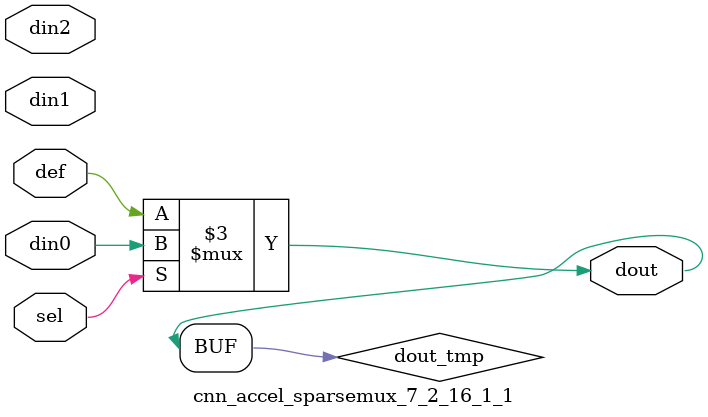
<source format=v>
`timescale 1ns / 1ps

module cnn_accel_sparsemux_7_2_16_1_1 (din0,din1,din2,def,sel,dout);

parameter din0_WIDTH = 1;

parameter din1_WIDTH = 1;

parameter din2_WIDTH = 1;

parameter def_WIDTH = 1;
parameter sel_WIDTH = 1;
parameter dout_WIDTH = 1;

parameter [sel_WIDTH-1:0] CASE0 = 1;

parameter [sel_WIDTH-1:0] CASE1 = 1;

parameter [sel_WIDTH-1:0] CASE2 = 1;

parameter ID = 1;
parameter NUM_STAGE = 1;



input [din0_WIDTH-1:0] din0;

input [din1_WIDTH-1:0] din1;

input [din2_WIDTH-1:0] din2;

input [def_WIDTH-1:0] def;
input [sel_WIDTH-1:0] sel;

output [dout_WIDTH-1:0] dout;



reg [dout_WIDTH-1:0] dout_tmp;


always @ (*) begin
(* parallel_case *) case (sel)
    
    CASE0 : dout_tmp = din0;
    
    CASE1 : dout_tmp = din1;
    
    CASE2 : dout_tmp = din2;
    
    default : dout_tmp = def;
endcase
end


assign dout = dout_tmp;



endmodule

</source>
